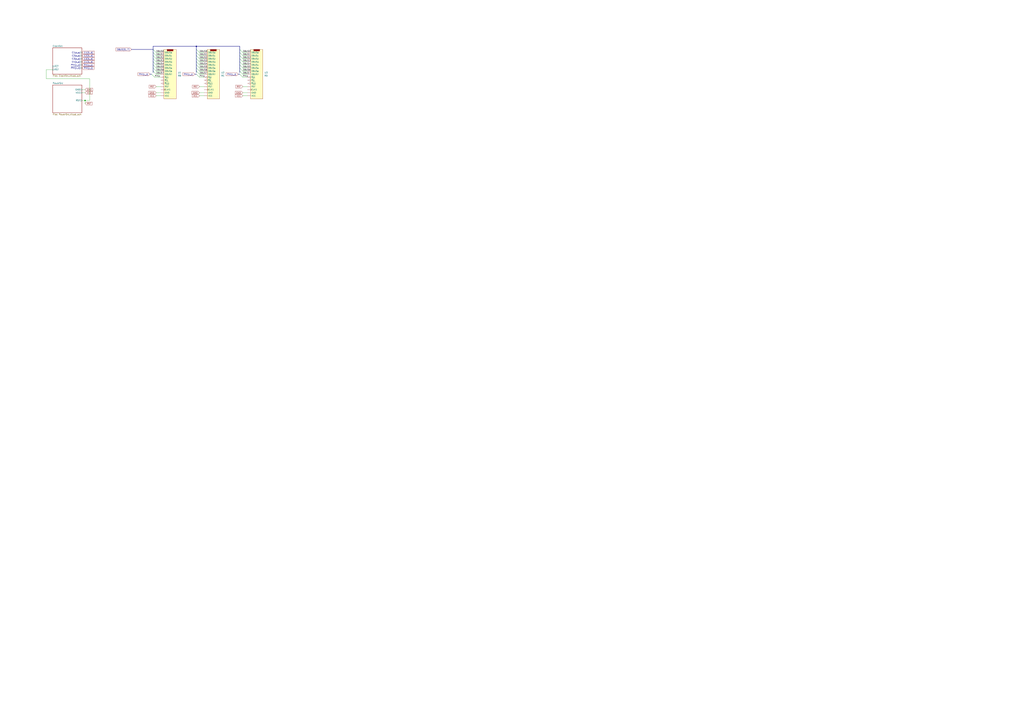
<source format=kicad_sch>
(kicad_sch (version 20250114) (generator "eeschema") (generator_version "9.0")
  (paper "A1")
  (lib_symbols
    (symbol "lncpu:LNCPU_GP_Register_Connector" (pin_numbers (hide yes))
      (property "Reference" "U" (at 6.35 3.302 0))
      (property "Value" "LNCPU GP Register Connector (Type B)" (at 6.35 2.54 0))
      (symbol "LNCPU_GP_Register_Connector_0_1"
        (rectangle (start 0 0) (end 10.16 -40.64) (fill (type background)))
        (rectangle (start 2.54 0) (end 7.62 -1.27) (fill (type outline)))
      )
      (symbol "LNCPU_GP_Register_Connector_1_1"
        (pin passive line (at -2.54 -2.54 0) (length 2.54) (name "DBUS_{0}") (number "4"))
        (pin passive line (at -2.54 -5.08 0) (length 2.54) (name "DBUS_{1}") (number "6"))
        (pin passive line (at -2.54 -7.62 0) (length 2.54) (name "DBUS_{2}") (number "8"))
        (pin passive line (at -2.54 -10.16 0) (length 2.54) (name "DBUS_{3}") (number "10"))
        (pin passive line (at -2.54 -12.7 0) (length 2.54) (name "DBUS_{4}") (number "12"))
        (pin passive line (at -2.54 -15.24 0) (length 2.54) (name "DBUS_{5}") (number "14"))
        (pin passive line (at -2.54 -17.78 0) (length 2.54) (name "DBUS_{6}") (number "16"))
        (pin passive line (at -2.54 -20.32 0) (length 2.54) (name "DBUS_{7}") (number "18"))
        (pin passive inverted (at -2.54 -22.86 0) (length 2.54) (name "~{R_{en}}") (number "3"))
        (pin passive inverted (at -2.54 -25.4 0) (length 2.54) (name "~{R_{in}}") (number "5"))
        (pin passive inverted (at -2.54 -27.94 0) (length 2.54) (name "~{R_{out}}") (number "7"))
        (pin passive line (at -2.54 -30.48 0) (length 2.54) (name "RST") (number "19"))
        (pin passive clock (at -2.54 -33.02 0) (length 2.54) (name "CLK1") (number "21"))
        (pin passive line (at -2.54 -35.56 0) (length 2.54) (name "GND") (number "1"))
        (pin passive line (at -2.54 -35.56 0) (length 2.54) (hide yes) (name "GND") (number "17"))
        (pin passive line (at -2.54 -35.56 0) (length 2.54) (hide yes) (name "GND") (number "20"))
        (pin passive line (at -2.54 -35.56 0) (length 2.54) (hide yes) (name "GND") (number "22"))
        (pin passive line (at -2.54 -38.1 0) (length 2.54) (name "VCC") (number "2"))
        (pin passive line (at -2.54 -38.1 0) (length 2.54) (hide yes) (name "VCC") (number "24"))
        (pin passive line (at 31.75 -27.94 0) (length 2.54) (hide yes) (name "CTRL_{3}") (number "9"))
        (pin passive line (at 31.75 -30.48 0) (length 2.54) (hide yes) (name "CTRL_{4}") (number "11"))
        (pin passive line (at 31.75 -33.02 0) (length 2.54) (hide yes) (name "CTRL_{5}") (number "13"))
        (pin passive line (at 31.75 -35.56 0) (length 2.54) (hide yes) (name "CTRL_{6}") (number "15"))
        (pin passive clock (at 31.75 -38.1 0) (length 2.54) (hide yes) (name "CLK2") (number "23"))
      )
    )
  )
  (junction (at 161.29 38.1))
  (junction (at 69.85 82.55))
  (bus_entry (at 196.85 58.42) (size 2.54 2.54))
  (bus_entry (at 196.85 40.64) (size 2.54 2.54))
  (bus_entry (at 196.85 43.18) (size 2.54 2.54))
  (bus_entry (at 125.73 50.8) (size 2.54 2.54))
  (bus_entry (at 196.85 53.34) (size 2.54 2.54))
  (bus_entry (at 161.29 60.96) (size 2.54 2.54))
  (bus_entry (at 125.73 58.42) (size 2.54 2.54))
  (bus_entry (at 196.85 50.8) (size 2.54 2.54))
  (bus_entry (at 161.29 40.64) (size 2.54 2.54))
  (bus_entry (at 125.73 40.64) (size 2.54 2.54))
  (bus_entry (at 125.73 55.88) (size 2.54 2.54))
  (bus_entry (at 161.29 48.26) (size 2.54 2.54))
  (bus_entry (at 125.73 48.26) (size 2.54 2.54))
  (bus_entry (at 196.85 45.72) (size 2.54 2.54))
  (bus_entry (at 161.29 53.34) (size 2.54 2.54))
  (bus_entry (at 196.85 55.88) (size 2.54 2.54))
  (bus_entry (at 161.29 45.72) (size 2.54 2.54))
  (bus_entry (at 196.85 60.96) (size 2.54 2.54))
  (bus_entry (at 161.29 58.42) (size 2.54 2.54))
  (bus_entry (at 124.46 60.96) (size 2.54 2.54))
  (bus_entry (at 125.73 45.72) (size 2.54 2.54))
  (bus_entry (at 161.29 50.8) (size 2.54 2.54))
  (bus_entry (at 161.29 43.18) (size 2.54 2.54))
  (bus_entry (at 125.73 53.34) (size 2.54 2.54))
  (bus_entry (at 125.73 43.18) (size 2.54 2.54))
  (bus_entry (at 196.85 48.26) (size 2.54 2.54))
  (bus_entry (at 161.29 55.88) (size 2.54 2.54))
  (bus (pts (xy 125.73 48.26) (xy 125.73 50.8)))
  (wire (pts (xy 128.27 76.2) (xy 132.08 76.2)))
  (bus (pts (xy 196.85 43.18) (xy 196.85 45.72)))
  (bus (pts (xy 195.58 60.96) (xy 196.85 60.96)))
  (bus (pts (xy 125.73 40.64) (xy 125.73 43.18)))
  (bus (pts (xy 196.85 53.34) (xy 196.85 55.88)))
  (wire (pts (xy 163.83 60.96) (xy 167.64 60.96)))
  (bus (pts (xy 125.73 50.8) (xy 125.73 53.34)))
  (wire (pts (xy 163.83 58.42) (xy 167.64 58.42)))
  (bus (pts (xy 161.29 50.8) (xy 161.29 53.34)))
  (wire (pts (xy 128.27 53.34) (xy 132.08 53.34)))
  (wire (pts (xy 199.39 43.18) (xy 203.2 43.18)))
  (wire (pts (xy 67.31 76.2) (xy 69.85 76.2)))
  (wire (pts (xy 128.27 55.88) (xy 132.08 55.88)))
  (wire (pts (xy 128.27 71.12) (xy 132.08 71.12)))
  (wire (pts (xy 163.83 63.5) (xy 167.64 63.5)))
  (bus (pts (xy 196.85 40.64) (xy 196.85 43.18)))
  (bus (pts (xy 196.85 58.42) (xy 196.85 59.69)))
  (bus (pts (xy 196.85 45.72) (xy 196.85 48.26)))
  (bus (pts (xy 196.85 38.1) (xy 161.29 38.1)))
  (wire (pts (xy 199.39 60.96) (xy 203.2 60.96)))
  (wire (pts (xy 128.27 50.8) (xy 132.08 50.8)))
  (bus (pts (xy 161.29 45.72) (xy 161.29 48.26)))
  (bus (pts (xy 161.29 53.34) (xy 161.29 55.88)))
  (wire (pts (xy 199.39 58.42) (xy 203.2 58.42)))
  (wire (pts (xy 199.39 78.74) (xy 203.2 78.74)))
  (bus (pts (xy 125.73 43.18) (xy 125.73 45.72)))
  (bus (pts (xy 196.85 40.64) (xy 196.85 38.1)))
  (bus (pts (xy 125.73 53.34) (xy 125.73 55.88)))
  (bus (pts (xy 125.73 38.1) (xy 125.73 40.64)))
  (wire (pts (xy 163.83 55.88) (xy 167.64 55.88)))
  (wire (pts (xy 73.66 64.77) (xy 38.1 64.77)))
  (wire (pts (xy 199.39 63.5) (xy 203.2 63.5)))
  (wire (pts (xy 199.39 53.34) (xy 203.2 53.34)))
  (wire (pts (xy 67.31 73.66) (xy 69.85 73.66)))
  (bus (pts (xy 161.29 38.1) (xy 161.29 40.64)))
  (wire (pts (xy 128.27 48.26) (xy 132.08 48.26)))
  (wire (pts (xy 69.85 85.09) (xy 69.85 82.55)))
  (bus (pts (xy 125.73 45.72) (xy 125.73 48.26)))
  (wire (pts (xy 163.83 71.12) (xy 167.64 71.12)))
  (wire (pts (xy 199.39 48.26) (xy 203.2 48.26)))
  (bus (pts (xy 196.85 55.88) (xy 196.85 58.42)))
  (wire (pts (xy 38.1 57.15) (xy 43.18 57.15)))
  (bus (pts (xy 196.85 50.8) (xy 196.85 53.34)))
  (wire (pts (xy 128.27 58.42) (xy 132.08 58.42)))
  (wire (pts (xy 199.39 55.88) (xy 203.2 55.88)))
  (bus (pts (xy 125.73 58.42) (xy 125.73 59.69)))
  (wire (pts (xy 163.83 78.74) (xy 167.64 78.74)))
  (bus (pts (xy 161.29 58.42) (xy 161.29 59.69)))
  (wire (pts (xy 69.85 82.55) (xy 73.66 82.55)))
  (wire (pts (xy 73.66 82.55) (xy 73.66 64.77)))
  (wire (pts (xy 128.27 45.72) (xy 132.08 45.72)))
  (bus (pts (xy 161.29 43.18) (xy 161.29 45.72)))
  (wire (pts (xy 163.83 53.34) (xy 167.64 53.34)))
  (bus (pts (xy 196.85 48.26) (xy 196.85 50.8)))
  (wire (pts (xy 163.83 50.8) (xy 167.64 50.8)))
  (wire (pts (xy 163.83 45.72) (xy 167.64 45.72)))
  (bus (pts (xy 161.29 48.26) (xy 161.29 50.8)))
  (wire (pts (xy 199.39 50.8) (xy 203.2 50.8)))
  (bus (pts (xy 161.29 38.1) (xy 125.73 38.1)))
  (wire (pts (xy 128.27 60.96) (xy 132.08 60.96)))
  (wire (pts (xy 163.83 48.26) (xy 167.64 48.26)))
  (bus (pts (xy 125.73 55.88) (xy 125.73 58.42)))
  (bus (pts (xy 161.29 40.64) (xy 161.29 43.18)))
  (bus (pts (xy 160.02 60.96) (xy 161.29 60.96)))
  (wire (pts (xy 128.27 78.74) (xy 132.08 78.74)))
  (wire (pts (xy 38.1 64.77) (xy 38.1 57.15)))
  (wire (pts (xy 199.39 45.72) (xy 203.2 45.72)))
  (wire (pts (xy 163.83 43.18) (xy 167.64 43.18)))
  (wire (pts (xy 128.27 43.18) (xy 132.08 43.18)))
  (wire (pts (xy 127 63.5) (xy 132.08 63.5)))
  (wire (pts (xy 199.39 76.2) (xy 203.2 76.2)))
  (wire (pts (xy 67.31 82.55) (xy 69.85 82.55)))
  (bus (pts (xy 123.19 60.96) (xy 124.46 60.96)))
  (wire (pts (xy 199.39 71.12) (xy 203.2 71.12)))
  (wire (pts (xy 163.83 76.2) (xy 167.64 76.2)))
  (bus (pts (xy 161.29 55.88) (xy 161.29 58.42)))
  (bus (pts (xy 107.95 40.64) (xy 125.73 40.64)))
  (label "DBUS6" (at 128.27 58.42 0))
  (label "DBUS1" (at 128.27 45.72 0))
  (label "DBUS6" (at 199.39 58.42 0))
  (label "DBUS4" (at 163.83 53.34 0))
  (label "PHI_{2}" (at 199.39 63.5 0))
  (label "DBUS4" (at 128.27 53.34 0))
  (label "DBUS2" (at 128.27 48.26 0))
  (label "PHI_{2}" (at 127 63.5 0))
  (label "DBUS2" (at 199.39 48.26 0))
  (label "DBUS0" (at 128.27 43.18 0))
  (label "DBUS3" (at 128.27 50.8 0))
  (label "DBUS3" (at 163.83 50.8 0))
  (label "DBUS5" (at 199.39 55.88 0))
  (label "DBUS7" (at 199.39 60.96 0))
  (label "PHI_{2}" (at 163.83 63.5 0))
  (label "DBUS7" (at 128.27 60.96 0))
  (label "DBUS2" (at 163.83 48.26 0))
  (label "DBUS1" (at 163.83 45.72 0))
  (label "DBUS0" (at 163.83 43.18 0))
  (label "DBUS4" (at 199.39 53.34 0))
  (label "DBUS6" (at 163.83 58.42 0))
  (label "DBUS5" (at 163.83 55.88 0))
  (label "DBUS7" (at 163.83 60.96 0))
  (label "DBUS0" (at 199.39 43.18 0))
  (label "DBUS5" (at 128.27 55.88 0))
  (label "DBUS3" (at 199.39 50.8 0))
  (label "DBUS1" (at 199.39 45.72 0))
  (global_label "~{PHI_{[1..2]}}" (shape input) (at 67.31 55.88 0) (property "Intersheetrefs" "${INTERSHEET_REFS}" (effects (hide yes))))
  (global_label "VCC" (shape input) (at 199.39 78.74 180) (property "Intersheetrefs" "${INTERSHEET_REFS}" (effects (hide yes))))
  (global_label "PHI_{[1..2]}" (shape input) (at 123.19 60.96 180) (property "Intersheetrefs" "${INTERSHEET_REFS}" (effects (hide yes))))
  (global_label "VCC" (shape input) (at 163.83 78.74 180) (property "Intersheetrefs" "${INTERSHEET_REFS}" (effects (hide yes))))
  (global_label "PHI_{[1..2]}" (shape input) (at 67.31 53.34 0) (property "Intersheetrefs" "${INTERSHEET_REFS}" (effects (hide yes))))
  (global_label "DBUS[0..7]" (shape input) (at 107.95 40.64 180) (property "Intersheetrefs" "${INTERSHEET_REFS}" (effects (hide yes))))
  (global_label "GND" (shape input) (at 69.85 73.66 0) (property "Intersheetrefs" "${INTERSHEET_REFS}" (effects (hide yes))))
  (global_label "C2[0..6]" (shape input) (at 67.31 45.72 0) (property "Intersheetrefs" "${INTERSHEET_REFS}" (effects (hide yes))))
  (global_label "GND" (shape input) (at 199.39 76.2 180) (property "Intersheetrefs" "${INTERSHEET_REFS}" (effects (hide yes))))
  (global_label "RST" (shape input) (at 199.39 71.12 180) (property "Intersheetrefs" "${INTERSHEET_REFS}" (effects (hide yes))))
  (global_label "PHI_{[1..2]}" (shape input) (at 195.58 60.96 180) (property "Intersheetrefs" "${INTERSHEET_REFS}" (effects (hide yes))))
  (global_label "C4[0..6]" (shape input) (at 67.31 50.8 0) (property "Intersheetrefs" "${INTERSHEET_REFS}" (effects (hide yes))))
  (global_label "C3[0..6]" (shape input) (at 67.31 48.26 0) (property "Intersheetrefs" "${INTERSHEET_REFS}" (effects (hide yes))))
  (global_label "RST" (shape input) (at 163.83 71.12 180) (property "Intersheetrefs" "${INTERSHEET_REFS}" (effects (hide yes))))
  (global_label "GND" (shape input) (at 163.83 76.2 180) (property "Intersheetrefs" "${INTERSHEET_REFS}" (effects (hide yes))))
  (global_label "VCC" (shape input) (at 69.85 76.2 0) (property "Intersheetrefs" "${INTERSHEET_REFS}" (effects (hide yes))))
  (global_label "PHI_{[1..2]}" (shape input) (at 160.02 60.96 180) (property "Intersheetrefs" "${INTERSHEET_REFS}" (effects (hide yes))))
  (global_label "C1[0..6]" (shape input) (at 67.31 43.18 0) (property "Intersheetrefs" "${INTERSHEET_REFS}" (effects (hide yes))))
  (global_label "RST" (shape input) (at 69.85 85.09 0) (property "Intersheetrefs" "${INTERSHEET_REFS}" (effects (hide yes))))
  (global_label "VCC" (shape input) (at 128.27 78.74 180) (property "Intersheetrefs" "${INTERSHEET_REFS}" (effects (hide yes))))
  (global_label "GND" (shape input) (at 128.27 76.2 180) (property "Intersheetrefs" "${INTERSHEET_REFS}" (effects (hide yes))))
  (global_label "RST" (shape input) (at 128.27 71.12 180) (property "Intersheetrefs" "${INTERSHEET_REFS}" (effects (hide yes))))
  (symbol (lib_id "lncpu:LNCPU_GP_Register_Connector") (at 134.62 40.64 0) (unit 1)
    (property "Reference" "U1" (at 146.05 59.6899 0) (effects (justify left)))
    (property "Value" "RB" (at 146.05 62.2299 0) (effects (justify left)))
    (property "Footprint" "lncpu:LNCPU_GP_Register" (effects (hide yes)))
    (property "Description" "LNCPU GP Register Connector (Type B)" (effects (hide yes)))
  )
  (symbol (lib_id "lncpu:LNCPU_GP_Register_Connector") (at 205.74 40.64 0) (unit 1)
    (property "Reference" "U3" (at 217.17 59.6899 0) (effects (justify left)))
    (property "Value" "RD" (at 217.17 62.2299 0) (effects (justify left)))
    (property "Footprint" "lncpu:LNCPU_GP_Register" (effects (hide yes)))
    (property "Description" "LNCPU GP Register Connector (Type B)" (effects (hide yes)))
  )
  (symbol (lib_id "lncpu:LNCPU_GP_Register_Connector") (at 170.18 40.64 0) (unit 1)
    (property "Reference" "U2" (at 181.61 59.6899 0) (effects (justify left)))
    (property "Value" "RC" (at 181.61 62.2299 0) (effects (justify left)))
    (property "Footprint" "lncpu:LNCPU_GP_Register" (effects (hide yes)))
    (property "Description" "LNCPU GP Register Connector (Type B)" (effects (hide yes)))
  )
  (sheet (at 43.18 69.85) (size 24.13 22.86) (stroke (width 0.1524))
    (property "Sheetname" "PowerSrc" (at 43.18 69.1384 0) (effects (justify left bottom)))
    (property "Sheetfile" "PowerSrc.kicad_sch" (at 43.18 93.2946 0) (effects (justify left top)))
    (pin "GND" output (at 67.31 73.66 0))
    (pin "RST" output (at 67.31 82.55 0))
    (pin "VCC" output (at 67.31 76.2 0))
  )
  (sheet (at 43.18 39.37) (size 24.13 21.59) (stroke (width 0.1524))
    (property "Sheetname" "ClockSrc" (at 43.18 38.6584 0) (effects (justify left bottom)))
    (property "Sheetfile" "ClockSrc.kicad_sch" (at 43.18 61.5446 0) (effects (justify left top)))
    (pin "C1_{[0..6]}" output (at 67.31 43.18 0))
    (pin "C2_{[0..6]}" output (at 67.31 45.72 0))
    (pin "C3_{[0..6]}" output (at 67.31 48.26 0))
    (pin "C4_{[0..6]}" output (at 67.31 50.8 0))
    (pin "PHI_{[1..2]}" output (at 67.31 53.34 0))
    (pin "~{PHI_{[1..2]}}" output (at 67.31 55.88 0))
    (pin "RST" input (at 43.18 57.15 180))
    (pin "~{HLT}" input (at 43.18 54.61 180))
  )
)
</source>
